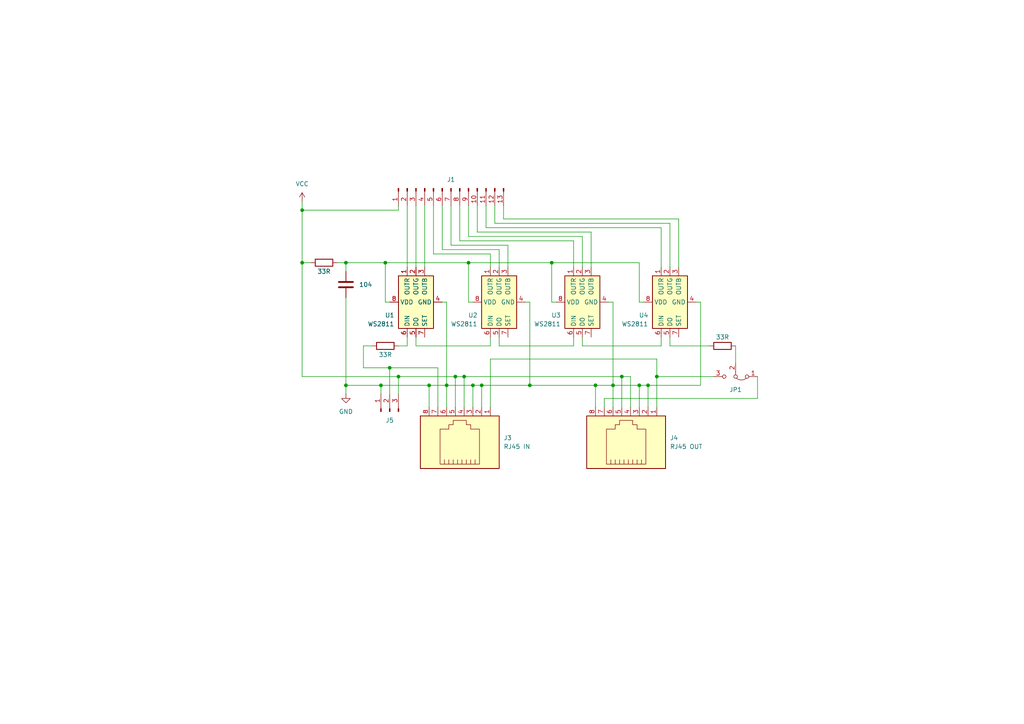
<source format=kicad_sch>
(kicad_sch (version 20230121) (generator eeschema)
  (paper "A4")
  (title_block (title "WS2811 LED Driver 12 (1 Signal)") (date "2023-12-22") (rev "2.0") (company "Jan Graichen") (comment 1 "© CC-BY-SA 4.0"))
  (lib_symbols
    (symbol "Conn_01x13_Pin_1" (pin_names (offset 1.016) hide)
      (property "Reference" "J" (at 0 17.78 0))
      (property "Value" "Conn_01x13_Pin" (at 0 -17.78 0))
      (symbol "Conn_01x13_Pin_1_1_1"
        (polyline (pts (xy 1.27 -15.24) (xy 0.8636 -15.24)) (stroke (width 0.1524)))
        (polyline (pts (xy 1.27 -12.7) (xy 0.8636 -12.7)) (stroke (width 0.1524)))
        (polyline (pts (xy 1.27 -10.16) (xy 0.8636 -10.16)) (stroke (width 0.1524)))
        (polyline (pts (xy 1.27 -7.62) (xy 0.8636 -7.62)) (stroke (width 0.1524)))
        (polyline (pts (xy 1.27 -5.08) (xy 0.8636 -5.08)) (stroke (width 0.1524)))
        (polyline (pts (xy 1.27 -2.54) (xy 0.8636 -2.54)) (stroke (width 0.1524)))
        (polyline (pts (xy 1.27 0) (xy 0.8636 0)) (stroke (width 0.1524)))
        (polyline (pts (xy 1.27 2.54) (xy 0.8636 2.54)) (stroke (width 0.1524)))
        (polyline (pts (xy 1.27 5.08) (xy 0.8636 5.08)) (stroke (width 0.1524)))
        (polyline (pts (xy 1.27 7.62) (xy 0.8636 7.62)) (stroke (width 0.1524)))
        (polyline (pts (xy 1.27 10.16) (xy 0.8636 10.16)) (stroke (width 0.1524)))
        (polyline (pts (xy 1.27 12.7) (xy 0.8636 12.7)) (stroke (width 0.1524)))
        (polyline (pts (xy 1.27 15.24) (xy 0.8636 15.24)) (stroke (width 0.1524)))
        (rectangle (start 0.8636 -15.113) (end 0 -15.367) (stroke (width 0.1524)) (fill (type outline)))
        (rectangle (start 0.8636 -12.573) (end 0 -12.827) (stroke (width 0.1524)) (fill (type outline)))
        (rectangle (start 0.8636 -10.033) (end 0 -10.287) (stroke (width 0.1524)) (fill (type outline)))
        (rectangle (start 0.8636 -7.493) (end 0 -7.747) (stroke (width 0.1524)) (fill (type outline)))
        (rectangle (start 0.8636 -4.953) (end 0 -5.207) (stroke (width 0.1524)) (fill (type outline)))
        (rectangle (start 0.8636 -2.413) (end 0 -2.667) (stroke (width 0.1524)) (fill (type outline)))
        (rectangle (start 0.8636 0.127) (end 0 -0.127) (stroke (width 0.1524)) (fill (type outline)))
        (rectangle (start 0.8636 2.667) (end 0 2.413) (stroke (width 0.1524)) (fill (type outline)))
        (rectangle (start 0.8636 5.207) (end 0 4.953) (stroke (width 0.1524)) (fill (type outline)))
        (rectangle (start 0.8636 7.747) (end 0 7.493) (stroke (width 0.1524)) (fill (type outline)))
        (rectangle (start 0.8636 10.287) (end 0 10.033) (stroke (width 0.1524)) (fill (type outline)))
        (rectangle (start 0.8636 12.827) (end 0 12.573) (stroke (width 0.1524)) (fill (type outline)))
        (rectangle (start 0.8636 15.367) (end 0 15.113) (stroke (width 0.1524)) (fill (type outline)))
        (pin passive line (at 5.08 15.24 180) (length 3.81) (name "Pin_1") (number "1"))
        (pin passive line (at 5.08 -7.62 180) (length 3.81) (name "Pin_10") (number "10"))
        (pin passive line (at 5.08 -10.16 180) (length 3.81) (name "Pin_11") (number "11"))
        (pin passive line (at 5.08 -12.7 180) (length 3.81) (name "Pin_12") (number "12"))
        (pin passive line (at 5.08 -15.24 180) (length 3.81) (name "Pin_13") (number "13"))
        (pin passive line (at 5.08 12.7 180) (length 3.81) (name "Pin_2") (number "2"))
        (pin passive line (at 5.08 10.16 180) (length 3.81) (name "Pin_3") (number "3"))
        (pin passive line (at 5.08 7.62 180) (length 3.81) (name "Pin_4") (number "4"))
        (pin passive line (at 5.08 5.08 180) (length 3.81) (name "Pin_5") (number "5"))
        (pin passive line (at 5.08 2.54 180) (length 3.81) (name "Pin_6") (number "6"))
        (pin passive line (at 5.08 0 180) (length 3.81) (name "Pin_7") (number "7"))
        (pin passive line (at 5.08 -2.54 180) (length 3.81) (name "Pin_8") (number "8"))
        (pin passive line (at 5.08 -5.08 180) (length 3.81) (name "Pin_9") (number "9"))
      )
    )
    (symbol "Connector:Conn_01x03_Pin" (pin_names (offset 1.016) hide)
      (property "Reference" "J" (at 0 5.08 0))
      (property "Value" "Conn_01x03_Pin" (at 0 -5.08 0))
      (symbol "Conn_01x03_Pin_1_1"
        (polyline (pts (xy 1.27 -2.54) (xy 0.8636 -2.54)) (stroke (width 0.1524)))
        (polyline (pts (xy 1.27 0) (xy 0.8636 0)) (stroke (width 0.1524)))
        (polyline (pts (xy 1.27 2.54) (xy 0.8636 2.54)) (stroke (width 0.1524)))
        (rectangle (start 0.8636 -2.413) (end 0 -2.667) (stroke (width 0.1524)) (fill (type outline)))
        (rectangle (start 0.8636 0.127) (end 0 -0.127) (stroke (width 0.1524)) (fill (type outline)))
        (rectangle (start 0.8636 2.667) (end 0 2.413) (stroke (width 0.1524)) (fill (type outline)))
        (pin passive line (at 5.08 2.54 180) (length 3.81) (name "Pin_1") (number "1"))
        (pin passive line (at 5.08 0 180) (length 3.81) (name "Pin_2") (number "2"))
        (pin passive line (at 5.08 -2.54 180) (length 3.81) (name "Pin_3") (number "3"))
      )
    )
    (symbol "Connector:RJ45" (pin_names (offset 1.016))
      (property "Reference" "J" (at -5.08 13.97 0))
      (property "Value" "RJ45" (at 2.54 13.97 0))
      (symbol "RJ45_0_1"
        (polyline (pts (xy -5.08 4.445) (xy -6.35 4.445)))
        (polyline (pts (xy -5.08 5.715) (xy -6.35 5.715)))
        (polyline (pts (xy -6.35 -3.175) (xy -5.08 -3.175) (xy -5.08 -3.175)))
        (polyline (pts (xy -6.35 -1.905) (xy -5.08 -1.905) (xy -5.08 -1.905)))
        (polyline (pts (xy -6.35 -0.635) (xy -5.08 -0.635) (xy -5.08 -0.635)))
        (polyline (pts (xy -6.35 0.635) (xy -5.08 0.635) (xy -5.08 0.635)))
        (polyline (pts (xy -6.35 1.905) (xy -5.08 1.905) (xy -5.08 1.905)))
        (polyline (pts (xy -5.08 3.175) (xy -6.35 3.175) (xy -6.35 3.175)))
        (polyline (pts (xy -6.35 -4.445) (xy -6.35 6.985) (xy 3.81 6.985) (xy 3.81 4.445) (xy 5.08 4.445) (xy 5.08 3.175) (xy 6.35 3.175) (xy 6.35 -0.635) (xy 5.08 -0.635) (xy 5.08 -1.905) (xy 3.81 -1.905) (xy 3.81 -4.445) (xy -6.35 -4.445) (xy -6.35 -4.445)))
        (rectangle (start 7.62 12.7) (end -7.62 -10.16) (stroke (width 0.254)) (fill (type background)))
      )
      (symbol "RJ45_1_1"
        (pin passive line (at 10.16 -7.62 180) (length 2.54) (name "~") (number "1"))
        (pin passive line (at 10.16 -5.08 180) (length 2.54) (name "~") (number "2"))
        (pin passive line (at 10.16 -2.54 180) (length 2.54) (name "~") (number "3"))
        (pin passive line (at 10.16 0 180) (length 2.54) (name "~") (number "4"))
        (pin passive line (at 10.16 2.54 180) (length 2.54) (name "~") (number "5"))
        (pin passive line (at 10.16 5.08 180) (length 2.54) (name "~") (number "6"))
        (pin passive line (at 10.16 7.62 180) (length 2.54) (name "~") (number "7"))
        (pin passive line (at 10.16 10.16 180) (length 2.54) (name "~") (number "8"))
      )
    )
    (symbol "Device:C" (pin_numbers hide) (pin_names (offset 0.254))
      (property "Reference" "C" (at 0.635 2.54 0))
      (property "Value" "C" (at 0.635 -2.54 0))
      (symbol "C_0_1"
        (polyline (pts (xy -2.032 -0.762) (xy 2.032 -0.762)) (stroke (width 0.508)))
        (polyline (pts (xy -2.032 0.762) (xy 2.032 0.762)) (stroke (width 0.508)))
      )
      (symbol "C_1_1"
        (pin passive line (at 0 3.81 270) (length 2.794) (name "~") (number "1"))
        (pin passive line (at 0 -3.81 90) (length 2.794) (name "~") (number "2"))
      )
    )
    (symbol "Device:R" (pin_numbers hide) (pin_names (offset 0))
      (property "Reference" "R" (at 2.032 0 90))
      (property "Value" "R" (at 0 0 90))
      (symbol "R_0_1"
        (rectangle (start -1.016 -2.54) (end 1.016 2.54) (stroke (width 0.254)))
      )
      (symbol "R_1_1"
        (pin passive line (at 0 3.81 270) (length 1.27) (name "~") (number "1"))
        (pin passive line (at 0 -3.81 90) (length 1.27) (name "~") (number "2"))
      )
    )
    (symbol "Driver_LED:WS2811"
      (property "Reference" "U" (at -6.35 6.35 0))
      (property "Value" "WS2811" (at 5.08 6.35 0))
      (symbol "WS2811_0_1"
        (rectangle (start -7.62 5.08) (end 7.62 -5.08) (stroke (width 0.254)) (fill (type background)))
      )
      (symbol "WS2811_1_1"
        (pin output line (at 10.16 2.54 180) (length 2.54) (name "OUTR") (number "1"))
        (pin output line (at 10.16 0 180) (length 2.54) (name "OUTG") (number "2"))
        (pin output line (at 10.16 -2.54 180) (length 2.54) (name "OUTB") (number "3"))
        (pin power_in line (at 0 -7.62 90) (length 2.54) (name "GND") (number "4"))
        (pin output line (at -10.16 0 0) (length 2.54) (name "DO") (number "5"))
        (pin input line (at -10.16 2.54 0) (length 2.54) (name "DIN") (number "6"))
        (pin input line (at -10.16 -2.54 0) (length 2.54) (name "SET") (number "7"))
        (pin power_in line (at 0 7.62 270) (length 2.54) (name "VDD") (number "8"))
      )
    )
    (symbol "Jumper:Jumper_3_Bridged12" (pin_names (offset 0) hide)
      (property "Reference" "JP" (at -2.54 -2.54 0))
      (property "Value" "Jumper_3_Bridged12" (at 0 2.794 0))
      (symbol "Jumper_3_Bridged12_0_0"
        (circle (center -3.302 0) (radius 0.508))
        (circle (center 0 0) (radius 0.508))
        (circle (center 3.302 0) (radius 0.508))
      )
      (symbol "Jumper_3_Bridged12_0_1"
        (arc (start -0.254 0.508) (mid -1.651 0.9912) (end -3.048 0.508))
        (polyline (pts (xy 0 -1.27) (xy 0 -0.508)))
      )
      (symbol "Jumper_3_Bridged12_1_1"
        (pin passive line (at -6.35 0 0) (length 2.54) (name "A") (number "1"))
        (pin passive line (at 0 -3.81 90) (length 2.54) (name "C") (number "2"))
        (pin passive line (at 6.35 0 180) (length 2.54) (name "B") (number "3"))
      )
    )
    (symbol "power:GND" (power) (pin_names (offset 0))
      (property "Value" "GND" (at 0 -3.81 0))
      (symbol "GND_0_1"
        (polyline (pts (xy 0 0) (xy 0 -1.27) (xy 1.27 -1.27) (xy 0 -2.54) (xy -1.27 -1.27) (xy 0 -1.27)))
      )
      (symbol "GND_1_1"
        (pin power_in line (at 0 0 270) (length 0) hide (name "GND") (number "1"))
      )
    )
    (symbol "power:VCC" (power) (pin_names (offset 0))
      (property "Value" "VCC" (at 0 3.81 0))
      (symbol "VCC_0_1"
        (polyline (pts (xy -0.762 1.27) (xy 0 2.54)))
        (polyline (pts (xy 0 0) (xy 0 2.54)))
        (polyline (pts (xy 0 2.54) (xy 0.762 1.27)))
      )
      (symbol "VCC_1_1"
        (pin power_in line (at 0 0 90) (length 0) hide (name "VCC") (number "1"))
      )
    )
  )
  (junction (at 100.33 76.2))
  (junction (at 124.46 111.76))
  (junction (at 153.67 111.76))
  (junction (at 160.02 76.2))
  (junction (at 139.7 111.76))
  (junction (at 187.96 111.76))
  (junction (at 185.42 111.76))
  (junction (at 100.33 111.76))
  (junction (at 180.34 109.22))
  (junction (at 132.08 109.22))
  (junction (at 111.76 76.2))
  (junction (at 172.72 111.76))
  (junction (at 135.89 76.2))
  (junction (at 190.5 109.22))
  (junction (at 134.62 109.22))
  (junction (at 129.54 111.76))
  (junction (at 87.63 76.2))
  (junction (at 115.57 109.22))
  (junction (at 177.8 111.76))
  (junction (at 113.03 106.68))
  (junction (at 110.49 111.76))
  (junction (at 137.16 111.76))
  (junction (at 87.63 60.96))
  (wire (pts (xy 111.76 76.2) (xy 111.76 87.63)))
  (wire (pts (xy 177.8 111.76) (xy 177.8 118.11)))
  (wire (pts (xy 118.11 100.33) (xy 118.11 97.79)))
  (wire (pts (xy 87.63 76.2) (xy 87.63 109.22)))
  (wire (pts (xy 191.77 66.04) (xy 140.97 66.04)))
  (wire (pts (xy 129.54 87.63) (xy 129.54 111.76)))
  (wire (pts (xy 124.46 111.76) (xy 124.46 118.11)))
  (wire (pts (xy 87.63 60.96) (xy 87.63 76.2)))
  (wire (pts (xy 196.85 63.5) (xy 146.05 63.5)))
  (wire (pts (xy 185.42 111.76) (xy 185.42 118.11)))
  (wire (pts (xy 111.76 76.2) (xy 135.89 76.2)))
  (wire (pts (xy 175.26 115.57) (xy 175.26 118.11)))
  (wire (pts (xy 137.16 111.76) (xy 139.7 111.76)))
  (wire (pts (xy 219.71 109.22) (xy 219.71 115.57)))
  (wire (pts (xy 113.03 114.3) (xy 113.03 106.68)))
  (wire (pts (xy 153.67 87.63) (xy 153.67 111.76)))
  (wire (pts (xy 115.57 100.33) (xy 118.11 100.33)))
  (wire (pts (xy 166.37 69.85) (xy 133.35 69.85)))
  (wire (pts (xy 144.78 100.33) (xy 166.37 100.33)))
  (wire (pts (xy 177.8 87.63) (xy 177.8 111.76)))
  (wire (pts (xy 168.91 97.79) (xy 168.91 100.33)))
  (wire (pts (xy 177.8 111.76) (xy 185.42 111.76)))
  (wire (pts (xy 140.97 66.04) (xy 140.97 59.69)))
  (wire (pts (xy 139.7 111.76) (xy 153.67 111.76)))
  (wire (pts (xy 201.93 87.63) (xy 203.2 87.63)))
  (wire (pts (xy 175.26 115.57) (xy 219.71 115.57)))
  (wire (pts (xy 153.67 111.76) (xy 172.72 111.76)))
  (wire (pts (xy 182.88 109.22) (xy 182.88 118.11)))
  (wire (pts (xy 120.65 59.69) (xy 120.65 77.47)))
  (wire (pts (xy 172.72 111.76) (xy 172.72 118.11)))
  (wire (pts (xy 194.31 100.33) (xy 205.74 100.33)))
  (wire (pts (xy 134.62 109.22) (xy 134.62 118.11)))
  (wire (pts (xy 118.11 59.69) (xy 118.11 77.47)))
  (wire (pts (xy 135.89 76.2) (xy 160.02 76.2)))
  (wire (pts (xy 144.78 72.39) (xy 128.27 72.39)))
  (wire (pts (xy 143.51 64.77) (xy 143.51 59.69)))
  (wire (pts (xy 132.08 109.22) (xy 132.08 118.11)))
  (wire (pts (xy 160.02 76.2) (xy 185.42 76.2)))
  (wire (pts (xy 107.95 100.33) (xy 105.41 100.33)))
  (wire (pts (xy 100.33 76.2) (xy 100.33 78.74)))
  (wire (pts (xy 152.4 87.63) (xy 153.67 87.63)))
  (wire (pts (xy 176.53 87.63) (xy 177.8 87.63)))
  (wire (pts (xy 190.5 109.22) (xy 190.5 118.11)))
  (wire (pts (xy 133.35 69.85) (xy 133.35 59.69)))
  (wire (pts (xy 115.57 59.69) (xy 115.57 60.96)))
  (wire (pts (xy 105.41 106.68) (xy 113.03 106.68)))
  (wire (pts (xy 185.42 76.2) (xy 185.42 87.63)))
  (wire (pts (xy 87.63 60.96) (xy 115.57 60.96)))
  (wire (pts (xy 87.63 58.42) (xy 87.63 60.96)))
  (wire (pts (xy 180.34 109.22) (xy 182.88 109.22)))
  (wire (pts (xy 180.34 109.22) (xy 180.34 118.11)))
  (wire (pts (xy 194.31 97.79) (xy 194.31 100.33)))
  (wire (pts (xy 139.7 111.76) (xy 139.7 118.11)))
  (wire (pts (xy 194.31 77.47) (xy 194.31 64.77)))
  (wire (pts (xy 190.5 109.22) (xy 190.5 104.14)))
  (wire (pts (xy 160.02 76.2) (xy 160.02 87.63)))
  (wire (pts (xy 128.27 87.63) (xy 129.54 87.63)))
  (wire (pts (xy 171.45 67.31) (xy 138.43 67.31)))
  (wire (pts (xy 124.46 111.76) (xy 129.54 111.76)))
  (wire (pts (xy 194.31 64.77) (xy 143.51 64.77)))
  (wire (pts (xy 105.41 100.33) (xy 105.41 106.68)))
  (wire (pts (xy 186.69 87.63) (xy 185.42 87.63)))
  (wire (pts (xy 168.91 68.58) (xy 135.89 68.58)))
  (wire (pts (xy 120.65 97.79) (xy 120.65 100.33)))
  (wire (pts (xy 187.96 111.76) (xy 187.96 118.11)))
  (wire (pts (xy 144.78 97.79) (xy 144.78 100.33)))
  (wire (pts (xy 168.91 100.33) (xy 191.77 100.33)))
  (wire (pts (xy 147.32 71.12) (xy 130.81 71.12)))
  (wire (pts (xy 142.24 104.14) (xy 190.5 104.14)))
  (wire (pts (xy 132.08 109.22) (xy 134.62 109.22)))
  (wire (pts (xy 142.24 77.47) (xy 142.24 73.66)))
  (wire (pts (xy 137.16 87.63) (xy 135.89 87.63)))
  (wire (pts (xy 185.42 111.76) (xy 187.96 111.76)))
  (wire (pts (xy 207.01 109.22) (xy 190.5 109.22)))
  (wire (pts (xy 144.78 77.47) (xy 144.78 72.39)))
  (wire (pts (xy 130.81 71.12) (xy 130.81 59.69)))
  (wire (pts (xy 110.49 111.76) (xy 124.46 111.76)))
  (wire (pts (xy 100.33 111.76) (xy 100.33 114.3)))
  (wire (pts (xy 172.72 111.76) (xy 177.8 111.76)))
  (wire (pts (xy 135.89 68.58) (xy 135.89 59.69)))
  (wire (pts (xy 134.62 109.22) (xy 180.34 109.22)))
  (wire (pts (xy 171.45 77.47) (xy 171.45 67.31)))
  (wire (pts (xy 142.24 100.33) (xy 142.24 97.79)))
  (wire (pts (xy 168.91 77.47) (xy 168.91 68.58)))
  (wire (pts (xy 113.03 87.63) (xy 111.76 87.63)))
  (wire (pts (xy 161.29 87.63) (xy 160.02 87.63)))
  (wire (pts (xy 100.33 86.36) (xy 100.33 111.76)))
  (wire (pts (xy 129.54 111.76) (xy 137.16 111.76)))
  (wire (pts (xy 196.85 77.47) (xy 196.85 63.5)))
  (wire (pts (xy 203.2 87.63) (xy 203.2 111.76)))
  (wire (pts (xy 123.19 59.69) (xy 123.19 77.47)))
  (wire (pts (xy 135.89 76.2) (xy 135.89 87.63)))
  (wire (pts (xy 142.24 73.66) (xy 125.73 73.66)))
  (wire (pts (xy 100.33 76.2) (xy 111.76 76.2)))
  (wire (pts (xy 115.57 109.22) (xy 132.08 109.22)))
  (wire (pts (xy 213.36 100.33) (xy 213.36 105.41)))
  (wire (pts (xy 110.49 111.76) (xy 110.49 114.3)))
  (wire (pts (xy 87.63 109.22) (xy 115.57 109.22)))
  (wire (pts (xy 129.54 111.76) (xy 129.54 118.11)))
  (wire (pts (xy 191.77 100.33) (xy 191.77 97.79)))
  (wire (pts (xy 142.24 104.14) (xy 142.24 118.11)))
  (wire (pts (xy 115.57 109.22) (xy 115.57 114.3)))
  (wire (pts (xy 87.63 76.2) (xy 90.17 76.2)))
  (wire (pts (xy 187.96 111.76) (xy 203.2 111.76)))
  (wire (pts (xy 127 118.11) (xy 127 106.68)))
  (wire (pts (xy 128.27 72.39) (xy 128.27 59.69)))
  (wire (pts (xy 166.37 100.33) (xy 166.37 97.79)))
  (wire (pts (xy 137.16 111.76) (xy 137.16 118.11)))
  (wire (pts (xy 120.65 100.33) (xy 142.24 100.33)))
  (wire (pts (xy 125.73 73.66) (xy 125.73 59.69)))
  (wire (pts (xy 127 106.68) (xy 113.03 106.68)))
  (wire (pts (xy 100.33 111.76) (xy 110.49 111.76)))
  (wire (pts (xy 146.05 63.5) (xy 146.05 59.69)))
  (wire (pts (xy 147.32 77.47) (xy 147.32 71.12)))
  (wire (pts (xy 166.37 77.47) (xy 166.37 69.85)))
  (wire (pts (xy 97.79 76.2) (xy 100.33 76.2)))
  (wire (pts (xy 191.77 77.47) (xy 191.77 66.04)))
  (wire (pts (xy 138.43 67.31) (xy 138.43 59.69)))
  (symbol (lib_id "Driver_LED:WS2811") (at 144.78 87.63 90) (unit 1)
    (property "Reference" "U2" (at 137.16 91.44 90))
    (property "Value" "WS2811" (at 134.62 93.98 90))
    (property "Footprint" "Package_SO:SOIC-8_3.9x4.9mm_P1.27mm" (effects hide))
    (property "Datasheet" "https://cdn-shop.adafruit.com/datasheets/WS2811.pdf" (effects hide))
    (property "LCSC" "C114581" (effects hide))
  )
  (symbol (lib_id "Device:R") (at 209.55 100.33 270) (unit 1)
    (property "Reference" "R3" (effects hide))
    (property "Value" "33R" (at 209.55 97.79 90))
    (property "Footprint" "Resistor_SMD:R_0603_1608Metric" (effects hide))
    (property "LCSC" "C23140" (effects hide))
  )
  (symbol (lib_name "Conn_01x13_Pin_1") (lib_id "Connector:Conn_01x13_Pin") (at 130.81 54.61 90) (mirror x) (unit 1)
    (property "Reference" "J1" (at 130.81 52.07 90))
    (property "Value" "Conn_01x13_Pin" (effects hide))
    (property "Footprint" "Connector_PinHeader_2.54mm:PinHeader_1x13_P2.54mm_Vertical" (effects hide))
  )
  (symbol (lib_id "Device:C") (at 100.33 82.55 0) (unit 1)
    (property "Reference" "C1" (effects hide))
    (property "Value" "104" (at 104.14 82.55 0) (effects (justify left)))
    (property "Footprint" "Capacitor_SMD:C_0603_1608Metric" (effects hide))
    (property "LCSC" "C14663" (effects hide))
  )
  (symbol (lib_id "Connector:RJ45") (at 134.62 128.27 90) (unit 1)
    (property "Reference" "J3" (at 146.05 127 90) (effects (justify right)))
    (property "Value" "RJ45 IN" (at 146.05 129.54 90) (effects (justify right)))
    (property "Footprint" "Connector_RJ:RJ45_Amphenol_54602-x08_Horizontal" (effects hide))
  )
  (symbol (lib_id "Driver_LED:WS2811") (at 194.31 87.63 90) (unit 1)
    (property "Reference" "U4" (at 186.69 91.44 90))
    (property "Value" "WS2811" (at 184.15 93.98 90))
    (property "Footprint" "Package_SO:SOIC-8_3.9x4.9mm_P1.27mm" (effects hide))
    (property "Datasheet" "https://cdn-shop.adafruit.com/datasheets/WS2811.pdf" (effects hide))
    (property "LCSC" "C114581" (effects hide))
  )
  (symbol (lib_id "Connector:Conn_01x03_Pin") (at 113.03 119.38 90) (unit 1)
    (property "Reference" "J5" (at 113.03 121.92 90))
    (property "Value" "Conn_01x03_Pin" (effects hide))
    (property "Footprint" "Connector_PinHeader_2.54mm:PinHeader_1x03_P2.54mm_Vertical" (effects hide))
  )
  (symbol (lib_id "Connector:RJ45") (at 182.88 128.27 90) (unit 1)
    (property "Reference" "J4" (at 194.31 127 90) (effects (justify right)))
    (property "Value" "RJ45 OUT" (at 194.31 129.54 90) (effects (justify right)))
    (property "Footprint" "Connector_RJ:RJ45_Amphenol_54602-x08_Horizontal" (effects hide))
  )
  (symbol (lib_id "power:GND") (at 100.33 114.3 0) (unit 1)
    (property "Reference" "#PWR?" (effects hide))
    (property "Value" "GND" (at 100.33 119.38 0))
  )
  (symbol (lib_id "Driver_LED:WS2811") (at 168.91 87.63 90) (unit 1)
    (property "Reference" "U3" (at 161.29 91.44 90))
    (property "Value" "WS2811" (at 158.75 93.98 90))
    (property "Footprint" "Package_SO:SOIC-8_3.9x4.9mm_P1.27mm" (effects hide))
    (property "Datasheet" "https://cdn-shop.adafruit.com/datasheets/WS2811.pdf" (effects hide))
    (property "LCSC" "C114581" (effects hide))
  )
  (symbol (lib_id "Device:R") (at 93.98 76.2 90) (unit 1)
    (property "Reference" "R1" (effects hide))
    (property "Value" "33R" (at 93.98 78.74 90))
    (property "Footprint" "Resistor_SMD:R_0603_1608Metric" (effects hide))
    (property "LCSC" "C23140" (effects hide))
  )
  (symbol (lib_id "Device:R") (at 111.76 100.33 90) (unit 1)
    (property "Reference" "R2" (effects hide))
    (property "Value" "33R" (at 111.76 102.87 90))
    (property "Footprint" "Resistor_SMD:R_0603_1608Metric" (effects hide))
    (property "LCSC" "C23140" (effects hide))
  )
  (symbol (lib_id "Driver_LED:WS2811") (at 120.65 87.63 90) (unit 1)
    (property "Reference" "U1" (at 113.03 91.44 90))
    (property "Value" "WS2811" (at 110.49 93.98 90))
    (property "Footprint" "Package_SO:SOIC-8_3.9x4.9mm_P1.27mm" (effects hide))
    (property "Datasheet" "https://cdn-shop.adafruit.com/datasheets/WS2811.pdf" (effects hide))
    (property "LCSC" "C114581" (effects hide))
  )
  (symbol (lib_id "Jumper:Jumper_3_Bridged12") (at 213.36 109.22 180) (unit 1)
    (property "Reference" "JP1" (at 213.36 113.03 0))
    (property "Value" "Jumper_3_Bridged12" (effects hide))
    (property "Footprint" "Connector_PinHeader_2.54mm:PinHeader_1x03_P2.54mm_Vertical" (effects hide))
  )
  (symbol (lib_id "power:VCC") (at 87.63 58.42 0) (unit 1)
    (property "Reference" "#PWR?" (effects hide))
    (property "Value" "VCC" (at 87.63 53.34 0))
  )
)
</source>
